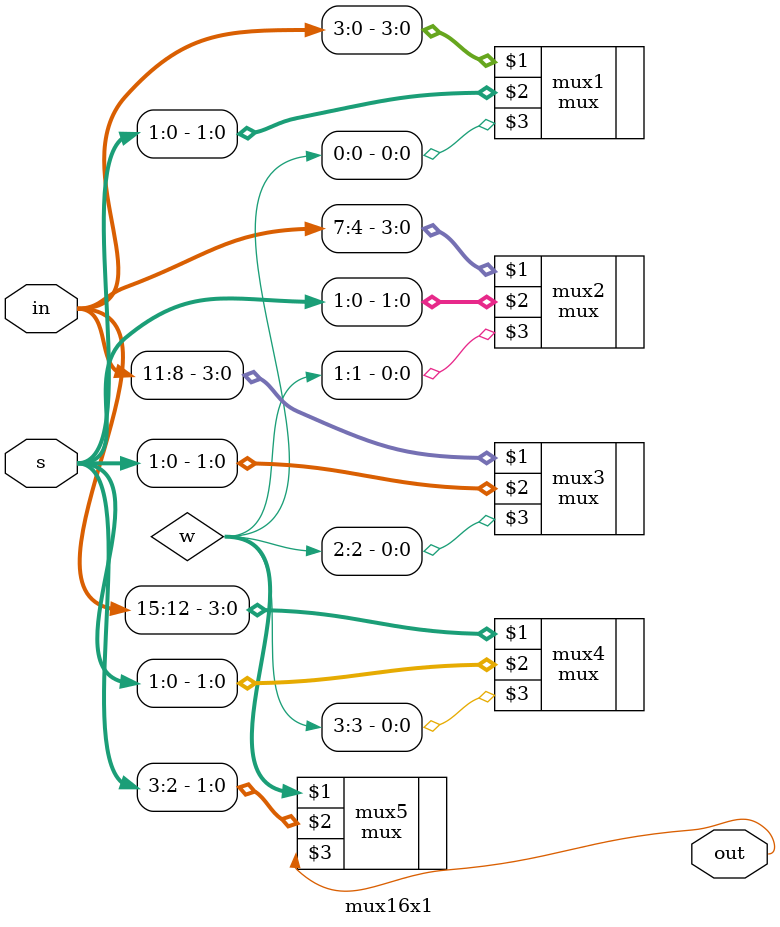
<source format=v>
module mux16x1(input [15:0]in,input[3:0]s,output out);
wire [3:0] w;

mux mux1(in[3:0],s[1:0],w[0]);
mux mux2(in[7:4],s[1:0],w[1]);
mux mux3(in[11:8],s[1:0],w[2]);
mux mux4(in[15:12],s[1:0],w[3]);
mux mux5(w[3:0],s[3:2],out);

endmodule
</source>
